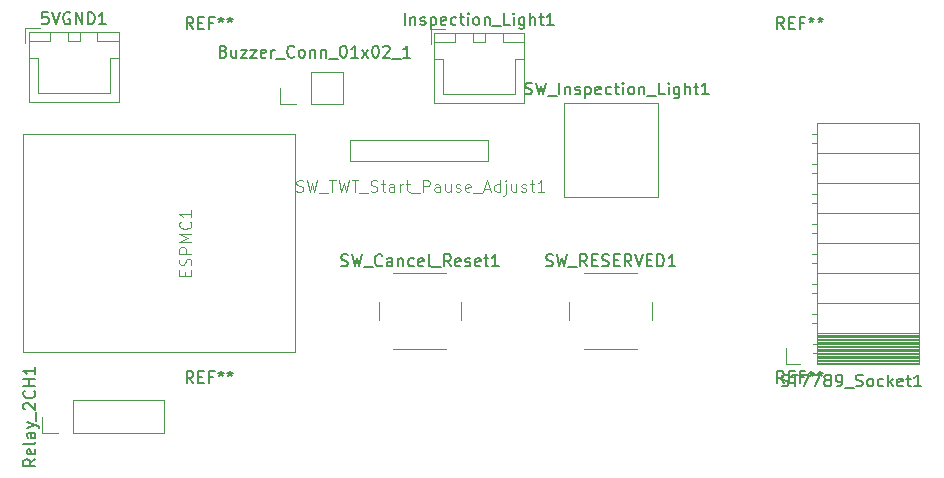
<source format=gbr>
%TF.GenerationSoftware,KiCad,Pcbnew,9.0.6*%
%TF.CreationDate,2026-01-23T02:05:32+03:00*%
%TF.ProjectId,control_panel,636f6e74-726f-46c5-9f70-616e656c2e6b,rev?*%
%TF.SameCoordinates,Original*%
%TF.FileFunction,Legend,Top*%
%TF.FilePolarity,Positive*%
%FSLAX46Y46*%
G04 Gerber Fmt 4.6, Leading zero omitted, Abs format (unit mm)*
G04 Created by KiCad (PCBNEW 9.0.6) date 2026-01-23 02:05:32*
%MOMM*%
%LPD*%
G01*
G04 APERTURE LIST*
%ADD10C,0.100000*%
%ADD11C,0.150000*%
%ADD12C,0.120000*%
G04 APERTURE END LIST*
D10*
X63968609Y-71238094D02*
X63968609Y-70904761D01*
X64492419Y-70761904D02*
X64492419Y-71238094D01*
X64492419Y-71238094D02*
X63492419Y-71238094D01*
X63492419Y-71238094D02*
X63492419Y-70761904D01*
X64444800Y-70380951D02*
X64492419Y-70238094D01*
X64492419Y-70238094D02*
X64492419Y-69999999D01*
X64492419Y-69999999D02*
X64444800Y-69904761D01*
X64444800Y-69904761D02*
X64397180Y-69857142D01*
X64397180Y-69857142D02*
X64301942Y-69809523D01*
X64301942Y-69809523D02*
X64206704Y-69809523D01*
X64206704Y-69809523D02*
X64111466Y-69857142D01*
X64111466Y-69857142D02*
X64063847Y-69904761D01*
X64063847Y-69904761D02*
X64016228Y-69999999D01*
X64016228Y-69999999D02*
X63968609Y-70190475D01*
X63968609Y-70190475D02*
X63920990Y-70285713D01*
X63920990Y-70285713D02*
X63873371Y-70333332D01*
X63873371Y-70333332D02*
X63778133Y-70380951D01*
X63778133Y-70380951D02*
X63682895Y-70380951D01*
X63682895Y-70380951D02*
X63587657Y-70333332D01*
X63587657Y-70333332D02*
X63540038Y-70285713D01*
X63540038Y-70285713D02*
X63492419Y-70190475D01*
X63492419Y-70190475D02*
X63492419Y-69952380D01*
X63492419Y-69952380D02*
X63540038Y-69809523D01*
X64492419Y-69380951D02*
X63492419Y-69380951D01*
X63492419Y-69380951D02*
X63492419Y-68999999D01*
X63492419Y-68999999D02*
X63540038Y-68904761D01*
X63540038Y-68904761D02*
X63587657Y-68857142D01*
X63587657Y-68857142D02*
X63682895Y-68809523D01*
X63682895Y-68809523D02*
X63825752Y-68809523D01*
X63825752Y-68809523D02*
X63920990Y-68857142D01*
X63920990Y-68857142D02*
X63968609Y-68904761D01*
X63968609Y-68904761D02*
X64016228Y-68999999D01*
X64016228Y-68999999D02*
X64016228Y-69380951D01*
X64492419Y-68380951D02*
X63492419Y-68380951D01*
X63492419Y-68380951D02*
X64206704Y-68047618D01*
X64206704Y-68047618D02*
X63492419Y-67714285D01*
X63492419Y-67714285D02*
X64492419Y-67714285D01*
X64397180Y-66666666D02*
X64444800Y-66714285D01*
X64444800Y-66714285D02*
X64492419Y-66857142D01*
X64492419Y-66857142D02*
X64492419Y-66952380D01*
X64492419Y-66952380D02*
X64444800Y-67095237D01*
X64444800Y-67095237D02*
X64349561Y-67190475D01*
X64349561Y-67190475D02*
X64254323Y-67238094D01*
X64254323Y-67238094D02*
X64063847Y-67285713D01*
X64063847Y-67285713D02*
X63920990Y-67285713D01*
X63920990Y-67285713D02*
X63730514Y-67238094D01*
X63730514Y-67238094D02*
X63635276Y-67190475D01*
X63635276Y-67190475D02*
X63540038Y-67095237D01*
X63540038Y-67095237D02*
X63492419Y-66952380D01*
X63492419Y-66952380D02*
X63492419Y-66857142D01*
X63492419Y-66857142D02*
X63540038Y-66714285D01*
X63540038Y-66714285D02*
X63587657Y-66666666D01*
X64492419Y-65714285D02*
X64492419Y-66285713D01*
X64492419Y-65999999D02*
X63492419Y-65999999D01*
X63492419Y-65999999D02*
X63635276Y-66095237D01*
X63635276Y-66095237D02*
X63730514Y-66190475D01*
X63730514Y-66190475D02*
X63778133Y-66285713D01*
D11*
X82564285Y-50029819D02*
X82564285Y-49029819D01*
X83040475Y-49363152D02*
X83040475Y-50029819D01*
X83040475Y-49458390D02*
X83088094Y-49410771D01*
X83088094Y-49410771D02*
X83183332Y-49363152D01*
X83183332Y-49363152D02*
X83326189Y-49363152D01*
X83326189Y-49363152D02*
X83421427Y-49410771D01*
X83421427Y-49410771D02*
X83469046Y-49506009D01*
X83469046Y-49506009D02*
X83469046Y-50029819D01*
X83897618Y-49982200D02*
X83992856Y-50029819D01*
X83992856Y-50029819D02*
X84183332Y-50029819D01*
X84183332Y-50029819D02*
X84278570Y-49982200D01*
X84278570Y-49982200D02*
X84326189Y-49886961D01*
X84326189Y-49886961D02*
X84326189Y-49839342D01*
X84326189Y-49839342D02*
X84278570Y-49744104D01*
X84278570Y-49744104D02*
X84183332Y-49696485D01*
X84183332Y-49696485D02*
X84040475Y-49696485D01*
X84040475Y-49696485D02*
X83945237Y-49648866D01*
X83945237Y-49648866D02*
X83897618Y-49553628D01*
X83897618Y-49553628D02*
X83897618Y-49506009D01*
X83897618Y-49506009D02*
X83945237Y-49410771D01*
X83945237Y-49410771D02*
X84040475Y-49363152D01*
X84040475Y-49363152D02*
X84183332Y-49363152D01*
X84183332Y-49363152D02*
X84278570Y-49410771D01*
X84754761Y-49363152D02*
X84754761Y-50363152D01*
X84754761Y-49410771D02*
X84849999Y-49363152D01*
X84849999Y-49363152D02*
X85040475Y-49363152D01*
X85040475Y-49363152D02*
X85135713Y-49410771D01*
X85135713Y-49410771D02*
X85183332Y-49458390D01*
X85183332Y-49458390D02*
X85230951Y-49553628D01*
X85230951Y-49553628D02*
X85230951Y-49839342D01*
X85230951Y-49839342D02*
X85183332Y-49934580D01*
X85183332Y-49934580D02*
X85135713Y-49982200D01*
X85135713Y-49982200D02*
X85040475Y-50029819D01*
X85040475Y-50029819D02*
X84849999Y-50029819D01*
X84849999Y-50029819D02*
X84754761Y-49982200D01*
X86040475Y-49982200D02*
X85945237Y-50029819D01*
X85945237Y-50029819D02*
X85754761Y-50029819D01*
X85754761Y-50029819D02*
X85659523Y-49982200D01*
X85659523Y-49982200D02*
X85611904Y-49886961D01*
X85611904Y-49886961D02*
X85611904Y-49506009D01*
X85611904Y-49506009D02*
X85659523Y-49410771D01*
X85659523Y-49410771D02*
X85754761Y-49363152D01*
X85754761Y-49363152D02*
X85945237Y-49363152D01*
X85945237Y-49363152D02*
X86040475Y-49410771D01*
X86040475Y-49410771D02*
X86088094Y-49506009D01*
X86088094Y-49506009D02*
X86088094Y-49601247D01*
X86088094Y-49601247D02*
X85611904Y-49696485D01*
X86945237Y-49982200D02*
X86849999Y-50029819D01*
X86849999Y-50029819D02*
X86659523Y-50029819D01*
X86659523Y-50029819D02*
X86564285Y-49982200D01*
X86564285Y-49982200D02*
X86516666Y-49934580D01*
X86516666Y-49934580D02*
X86469047Y-49839342D01*
X86469047Y-49839342D02*
X86469047Y-49553628D01*
X86469047Y-49553628D02*
X86516666Y-49458390D01*
X86516666Y-49458390D02*
X86564285Y-49410771D01*
X86564285Y-49410771D02*
X86659523Y-49363152D01*
X86659523Y-49363152D02*
X86849999Y-49363152D01*
X86849999Y-49363152D02*
X86945237Y-49410771D01*
X87230952Y-49363152D02*
X87611904Y-49363152D01*
X87373809Y-49029819D02*
X87373809Y-49886961D01*
X87373809Y-49886961D02*
X87421428Y-49982200D01*
X87421428Y-49982200D02*
X87516666Y-50029819D01*
X87516666Y-50029819D02*
X87611904Y-50029819D01*
X87945238Y-50029819D02*
X87945238Y-49363152D01*
X87945238Y-49029819D02*
X87897619Y-49077438D01*
X87897619Y-49077438D02*
X87945238Y-49125057D01*
X87945238Y-49125057D02*
X87992857Y-49077438D01*
X87992857Y-49077438D02*
X87945238Y-49029819D01*
X87945238Y-49029819D02*
X87945238Y-49125057D01*
X88564285Y-50029819D02*
X88469047Y-49982200D01*
X88469047Y-49982200D02*
X88421428Y-49934580D01*
X88421428Y-49934580D02*
X88373809Y-49839342D01*
X88373809Y-49839342D02*
X88373809Y-49553628D01*
X88373809Y-49553628D02*
X88421428Y-49458390D01*
X88421428Y-49458390D02*
X88469047Y-49410771D01*
X88469047Y-49410771D02*
X88564285Y-49363152D01*
X88564285Y-49363152D02*
X88707142Y-49363152D01*
X88707142Y-49363152D02*
X88802380Y-49410771D01*
X88802380Y-49410771D02*
X88849999Y-49458390D01*
X88849999Y-49458390D02*
X88897618Y-49553628D01*
X88897618Y-49553628D02*
X88897618Y-49839342D01*
X88897618Y-49839342D02*
X88849999Y-49934580D01*
X88849999Y-49934580D02*
X88802380Y-49982200D01*
X88802380Y-49982200D02*
X88707142Y-50029819D01*
X88707142Y-50029819D02*
X88564285Y-50029819D01*
X89326190Y-49363152D02*
X89326190Y-50029819D01*
X89326190Y-49458390D02*
X89373809Y-49410771D01*
X89373809Y-49410771D02*
X89469047Y-49363152D01*
X89469047Y-49363152D02*
X89611904Y-49363152D01*
X89611904Y-49363152D02*
X89707142Y-49410771D01*
X89707142Y-49410771D02*
X89754761Y-49506009D01*
X89754761Y-49506009D02*
X89754761Y-50029819D01*
X89992857Y-50125057D02*
X90754761Y-50125057D01*
X91469047Y-50029819D02*
X90992857Y-50029819D01*
X90992857Y-50029819D02*
X90992857Y-49029819D01*
X91802381Y-50029819D02*
X91802381Y-49363152D01*
X91802381Y-49029819D02*
X91754762Y-49077438D01*
X91754762Y-49077438D02*
X91802381Y-49125057D01*
X91802381Y-49125057D02*
X91850000Y-49077438D01*
X91850000Y-49077438D02*
X91802381Y-49029819D01*
X91802381Y-49029819D02*
X91802381Y-49125057D01*
X92707142Y-49363152D02*
X92707142Y-50172676D01*
X92707142Y-50172676D02*
X92659523Y-50267914D01*
X92659523Y-50267914D02*
X92611904Y-50315533D01*
X92611904Y-50315533D02*
X92516666Y-50363152D01*
X92516666Y-50363152D02*
X92373809Y-50363152D01*
X92373809Y-50363152D02*
X92278571Y-50315533D01*
X92707142Y-49982200D02*
X92611904Y-50029819D01*
X92611904Y-50029819D02*
X92421428Y-50029819D01*
X92421428Y-50029819D02*
X92326190Y-49982200D01*
X92326190Y-49982200D02*
X92278571Y-49934580D01*
X92278571Y-49934580D02*
X92230952Y-49839342D01*
X92230952Y-49839342D02*
X92230952Y-49553628D01*
X92230952Y-49553628D02*
X92278571Y-49458390D01*
X92278571Y-49458390D02*
X92326190Y-49410771D01*
X92326190Y-49410771D02*
X92421428Y-49363152D01*
X92421428Y-49363152D02*
X92611904Y-49363152D01*
X92611904Y-49363152D02*
X92707142Y-49410771D01*
X93183333Y-50029819D02*
X93183333Y-49029819D01*
X93611904Y-50029819D02*
X93611904Y-49506009D01*
X93611904Y-49506009D02*
X93564285Y-49410771D01*
X93564285Y-49410771D02*
X93469047Y-49363152D01*
X93469047Y-49363152D02*
X93326190Y-49363152D01*
X93326190Y-49363152D02*
X93230952Y-49410771D01*
X93230952Y-49410771D02*
X93183333Y-49458390D01*
X93945238Y-49363152D02*
X94326190Y-49363152D01*
X94088095Y-49029819D02*
X94088095Y-49886961D01*
X94088095Y-49886961D02*
X94135714Y-49982200D01*
X94135714Y-49982200D02*
X94230952Y-50029819D01*
X94230952Y-50029819D02*
X94326190Y-50029819D01*
X95183333Y-50029819D02*
X94611905Y-50029819D01*
X94897619Y-50029819D02*
X94897619Y-49029819D01*
X94897619Y-49029819D02*
X94802381Y-49172676D01*
X94802381Y-49172676D02*
X94707143Y-49267914D01*
X94707143Y-49267914D02*
X94611905Y-49315533D01*
D10*
X73399998Y-64109800D02*
X73542855Y-64157419D01*
X73542855Y-64157419D02*
X73780950Y-64157419D01*
X73780950Y-64157419D02*
X73876188Y-64109800D01*
X73876188Y-64109800D02*
X73923807Y-64062180D01*
X73923807Y-64062180D02*
X73971426Y-63966942D01*
X73971426Y-63966942D02*
X73971426Y-63871704D01*
X73971426Y-63871704D02*
X73923807Y-63776466D01*
X73923807Y-63776466D02*
X73876188Y-63728847D01*
X73876188Y-63728847D02*
X73780950Y-63681228D01*
X73780950Y-63681228D02*
X73590474Y-63633609D01*
X73590474Y-63633609D02*
X73495236Y-63585990D01*
X73495236Y-63585990D02*
X73447617Y-63538371D01*
X73447617Y-63538371D02*
X73399998Y-63443133D01*
X73399998Y-63443133D02*
X73399998Y-63347895D01*
X73399998Y-63347895D02*
X73447617Y-63252657D01*
X73447617Y-63252657D02*
X73495236Y-63205038D01*
X73495236Y-63205038D02*
X73590474Y-63157419D01*
X73590474Y-63157419D02*
X73828569Y-63157419D01*
X73828569Y-63157419D02*
X73971426Y-63205038D01*
X74304760Y-63157419D02*
X74542855Y-64157419D01*
X74542855Y-64157419D02*
X74733331Y-63443133D01*
X74733331Y-63443133D02*
X74923807Y-64157419D01*
X74923807Y-64157419D02*
X75161903Y-63157419D01*
X75304760Y-64252657D02*
X76066664Y-64252657D01*
X76161903Y-63157419D02*
X76733331Y-63157419D01*
X76447617Y-64157419D02*
X76447617Y-63157419D01*
X76971427Y-63157419D02*
X77209522Y-64157419D01*
X77209522Y-64157419D02*
X77399998Y-63443133D01*
X77399998Y-63443133D02*
X77590474Y-64157419D01*
X77590474Y-64157419D02*
X77828570Y-63157419D01*
X78066665Y-63157419D02*
X78638093Y-63157419D01*
X78352379Y-64157419D02*
X78352379Y-63157419D01*
X78733332Y-64252657D02*
X79495236Y-64252657D01*
X79685713Y-64109800D02*
X79828570Y-64157419D01*
X79828570Y-64157419D02*
X80066665Y-64157419D01*
X80066665Y-64157419D02*
X80161903Y-64109800D01*
X80161903Y-64109800D02*
X80209522Y-64062180D01*
X80209522Y-64062180D02*
X80257141Y-63966942D01*
X80257141Y-63966942D02*
X80257141Y-63871704D01*
X80257141Y-63871704D02*
X80209522Y-63776466D01*
X80209522Y-63776466D02*
X80161903Y-63728847D01*
X80161903Y-63728847D02*
X80066665Y-63681228D01*
X80066665Y-63681228D02*
X79876189Y-63633609D01*
X79876189Y-63633609D02*
X79780951Y-63585990D01*
X79780951Y-63585990D02*
X79733332Y-63538371D01*
X79733332Y-63538371D02*
X79685713Y-63443133D01*
X79685713Y-63443133D02*
X79685713Y-63347895D01*
X79685713Y-63347895D02*
X79733332Y-63252657D01*
X79733332Y-63252657D02*
X79780951Y-63205038D01*
X79780951Y-63205038D02*
X79876189Y-63157419D01*
X79876189Y-63157419D02*
X80114284Y-63157419D01*
X80114284Y-63157419D02*
X80257141Y-63205038D01*
X80542856Y-63490752D02*
X80923808Y-63490752D01*
X80685713Y-63157419D02*
X80685713Y-64014561D01*
X80685713Y-64014561D02*
X80733332Y-64109800D01*
X80733332Y-64109800D02*
X80828570Y-64157419D01*
X80828570Y-64157419D02*
X80923808Y-64157419D01*
X81685713Y-64157419D02*
X81685713Y-63633609D01*
X81685713Y-63633609D02*
X81638094Y-63538371D01*
X81638094Y-63538371D02*
X81542856Y-63490752D01*
X81542856Y-63490752D02*
X81352380Y-63490752D01*
X81352380Y-63490752D02*
X81257142Y-63538371D01*
X81685713Y-64109800D02*
X81590475Y-64157419D01*
X81590475Y-64157419D02*
X81352380Y-64157419D01*
X81352380Y-64157419D02*
X81257142Y-64109800D01*
X81257142Y-64109800D02*
X81209523Y-64014561D01*
X81209523Y-64014561D02*
X81209523Y-63919323D01*
X81209523Y-63919323D02*
X81257142Y-63824085D01*
X81257142Y-63824085D02*
X81352380Y-63776466D01*
X81352380Y-63776466D02*
X81590475Y-63776466D01*
X81590475Y-63776466D02*
X81685713Y-63728847D01*
X82161904Y-64157419D02*
X82161904Y-63490752D01*
X82161904Y-63681228D02*
X82209523Y-63585990D01*
X82209523Y-63585990D02*
X82257142Y-63538371D01*
X82257142Y-63538371D02*
X82352380Y-63490752D01*
X82352380Y-63490752D02*
X82447618Y-63490752D01*
X82638095Y-63490752D02*
X83019047Y-63490752D01*
X82780952Y-63157419D02*
X82780952Y-64014561D01*
X82780952Y-64014561D02*
X82828571Y-64109800D01*
X82828571Y-64109800D02*
X82923809Y-64157419D01*
X82923809Y-64157419D02*
X83019047Y-64157419D01*
X83114286Y-64252657D02*
X83876190Y-64252657D01*
X84114286Y-64157419D02*
X84114286Y-63157419D01*
X84114286Y-63157419D02*
X84495238Y-63157419D01*
X84495238Y-63157419D02*
X84590476Y-63205038D01*
X84590476Y-63205038D02*
X84638095Y-63252657D01*
X84638095Y-63252657D02*
X84685714Y-63347895D01*
X84685714Y-63347895D02*
X84685714Y-63490752D01*
X84685714Y-63490752D02*
X84638095Y-63585990D01*
X84638095Y-63585990D02*
X84590476Y-63633609D01*
X84590476Y-63633609D02*
X84495238Y-63681228D01*
X84495238Y-63681228D02*
X84114286Y-63681228D01*
X85542857Y-64157419D02*
X85542857Y-63633609D01*
X85542857Y-63633609D02*
X85495238Y-63538371D01*
X85495238Y-63538371D02*
X85400000Y-63490752D01*
X85400000Y-63490752D02*
X85209524Y-63490752D01*
X85209524Y-63490752D02*
X85114286Y-63538371D01*
X85542857Y-64109800D02*
X85447619Y-64157419D01*
X85447619Y-64157419D02*
X85209524Y-64157419D01*
X85209524Y-64157419D02*
X85114286Y-64109800D01*
X85114286Y-64109800D02*
X85066667Y-64014561D01*
X85066667Y-64014561D02*
X85066667Y-63919323D01*
X85066667Y-63919323D02*
X85114286Y-63824085D01*
X85114286Y-63824085D02*
X85209524Y-63776466D01*
X85209524Y-63776466D02*
X85447619Y-63776466D01*
X85447619Y-63776466D02*
X85542857Y-63728847D01*
X86447619Y-63490752D02*
X86447619Y-64157419D01*
X86019048Y-63490752D02*
X86019048Y-64014561D01*
X86019048Y-64014561D02*
X86066667Y-64109800D01*
X86066667Y-64109800D02*
X86161905Y-64157419D01*
X86161905Y-64157419D02*
X86304762Y-64157419D01*
X86304762Y-64157419D02*
X86400000Y-64109800D01*
X86400000Y-64109800D02*
X86447619Y-64062180D01*
X86876191Y-64109800D02*
X86971429Y-64157419D01*
X86971429Y-64157419D02*
X87161905Y-64157419D01*
X87161905Y-64157419D02*
X87257143Y-64109800D01*
X87257143Y-64109800D02*
X87304762Y-64014561D01*
X87304762Y-64014561D02*
X87304762Y-63966942D01*
X87304762Y-63966942D02*
X87257143Y-63871704D01*
X87257143Y-63871704D02*
X87161905Y-63824085D01*
X87161905Y-63824085D02*
X87019048Y-63824085D01*
X87019048Y-63824085D02*
X86923810Y-63776466D01*
X86923810Y-63776466D02*
X86876191Y-63681228D01*
X86876191Y-63681228D02*
X86876191Y-63633609D01*
X86876191Y-63633609D02*
X86923810Y-63538371D01*
X86923810Y-63538371D02*
X87019048Y-63490752D01*
X87019048Y-63490752D02*
X87161905Y-63490752D01*
X87161905Y-63490752D02*
X87257143Y-63538371D01*
X88114286Y-64109800D02*
X88019048Y-64157419D01*
X88019048Y-64157419D02*
X87828572Y-64157419D01*
X87828572Y-64157419D02*
X87733334Y-64109800D01*
X87733334Y-64109800D02*
X87685715Y-64014561D01*
X87685715Y-64014561D02*
X87685715Y-63633609D01*
X87685715Y-63633609D02*
X87733334Y-63538371D01*
X87733334Y-63538371D02*
X87828572Y-63490752D01*
X87828572Y-63490752D02*
X88019048Y-63490752D01*
X88019048Y-63490752D02*
X88114286Y-63538371D01*
X88114286Y-63538371D02*
X88161905Y-63633609D01*
X88161905Y-63633609D02*
X88161905Y-63728847D01*
X88161905Y-63728847D02*
X87685715Y-63824085D01*
X88352382Y-64252657D02*
X89114286Y-64252657D01*
X89304763Y-63871704D02*
X89780953Y-63871704D01*
X89209525Y-64157419D02*
X89542858Y-63157419D01*
X89542858Y-63157419D02*
X89876191Y-64157419D01*
X90638096Y-64157419D02*
X90638096Y-63157419D01*
X90638096Y-64109800D02*
X90542858Y-64157419D01*
X90542858Y-64157419D02*
X90352382Y-64157419D01*
X90352382Y-64157419D02*
X90257144Y-64109800D01*
X90257144Y-64109800D02*
X90209525Y-64062180D01*
X90209525Y-64062180D02*
X90161906Y-63966942D01*
X90161906Y-63966942D02*
X90161906Y-63681228D01*
X90161906Y-63681228D02*
X90209525Y-63585990D01*
X90209525Y-63585990D02*
X90257144Y-63538371D01*
X90257144Y-63538371D02*
X90352382Y-63490752D01*
X90352382Y-63490752D02*
X90542858Y-63490752D01*
X90542858Y-63490752D02*
X90638096Y-63538371D01*
X91114287Y-63490752D02*
X91114287Y-64347895D01*
X91114287Y-64347895D02*
X91066668Y-64443133D01*
X91066668Y-64443133D02*
X90971430Y-64490752D01*
X90971430Y-64490752D02*
X90923811Y-64490752D01*
X91114287Y-63157419D02*
X91066668Y-63205038D01*
X91066668Y-63205038D02*
X91114287Y-63252657D01*
X91114287Y-63252657D02*
X91161906Y-63205038D01*
X91161906Y-63205038D02*
X91114287Y-63157419D01*
X91114287Y-63157419D02*
X91114287Y-63252657D01*
X92019048Y-63490752D02*
X92019048Y-64157419D01*
X91590477Y-63490752D02*
X91590477Y-64014561D01*
X91590477Y-64014561D02*
X91638096Y-64109800D01*
X91638096Y-64109800D02*
X91733334Y-64157419D01*
X91733334Y-64157419D02*
X91876191Y-64157419D01*
X91876191Y-64157419D02*
X91971429Y-64109800D01*
X91971429Y-64109800D02*
X92019048Y-64062180D01*
X92447620Y-64109800D02*
X92542858Y-64157419D01*
X92542858Y-64157419D02*
X92733334Y-64157419D01*
X92733334Y-64157419D02*
X92828572Y-64109800D01*
X92828572Y-64109800D02*
X92876191Y-64014561D01*
X92876191Y-64014561D02*
X92876191Y-63966942D01*
X92876191Y-63966942D02*
X92828572Y-63871704D01*
X92828572Y-63871704D02*
X92733334Y-63824085D01*
X92733334Y-63824085D02*
X92590477Y-63824085D01*
X92590477Y-63824085D02*
X92495239Y-63776466D01*
X92495239Y-63776466D02*
X92447620Y-63681228D01*
X92447620Y-63681228D02*
X92447620Y-63633609D01*
X92447620Y-63633609D02*
X92495239Y-63538371D01*
X92495239Y-63538371D02*
X92590477Y-63490752D01*
X92590477Y-63490752D02*
X92733334Y-63490752D01*
X92733334Y-63490752D02*
X92828572Y-63538371D01*
X93161906Y-63490752D02*
X93542858Y-63490752D01*
X93304763Y-63157419D02*
X93304763Y-64014561D01*
X93304763Y-64014561D02*
X93352382Y-64109800D01*
X93352382Y-64109800D02*
X93447620Y-64157419D01*
X93447620Y-64157419D02*
X93542858Y-64157419D01*
X94400001Y-64157419D02*
X93828573Y-64157419D01*
X94114287Y-64157419D02*
X94114287Y-63157419D01*
X94114287Y-63157419D02*
X94019049Y-63300276D01*
X94019049Y-63300276D02*
X93923811Y-63395514D01*
X93923811Y-63395514D02*
X93828573Y-63443133D01*
D11*
X64666666Y-80354819D02*
X64333333Y-79878628D01*
X64095238Y-80354819D02*
X64095238Y-79354819D01*
X64095238Y-79354819D02*
X64476190Y-79354819D01*
X64476190Y-79354819D02*
X64571428Y-79402438D01*
X64571428Y-79402438D02*
X64619047Y-79450057D01*
X64619047Y-79450057D02*
X64666666Y-79545295D01*
X64666666Y-79545295D02*
X64666666Y-79688152D01*
X64666666Y-79688152D02*
X64619047Y-79783390D01*
X64619047Y-79783390D02*
X64571428Y-79831009D01*
X64571428Y-79831009D02*
X64476190Y-79878628D01*
X64476190Y-79878628D02*
X64095238Y-79878628D01*
X65095238Y-79831009D02*
X65428571Y-79831009D01*
X65571428Y-80354819D02*
X65095238Y-80354819D01*
X65095238Y-80354819D02*
X65095238Y-79354819D01*
X65095238Y-79354819D02*
X65571428Y-79354819D01*
X66333333Y-79831009D02*
X66000000Y-79831009D01*
X66000000Y-80354819D02*
X66000000Y-79354819D01*
X66000000Y-79354819D02*
X66476190Y-79354819D01*
X67000000Y-79354819D02*
X67000000Y-79592914D01*
X66761905Y-79497676D02*
X67000000Y-79592914D01*
X67000000Y-79592914D02*
X67238095Y-79497676D01*
X66857143Y-79783390D02*
X67000000Y-79592914D01*
X67000000Y-79592914D02*
X67142857Y-79783390D01*
X67761905Y-79354819D02*
X67761905Y-79592914D01*
X67523810Y-79497676D02*
X67761905Y-79592914D01*
X67761905Y-79592914D02*
X68000000Y-79497676D01*
X67619048Y-79783390D02*
X67761905Y-79592914D01*
X67761905Y-79592914D02*
X67904762Y-79783390D01*
X94523809Y-70407200D02*
X94666666Y-70454819D01*
X94666666Y-70454819D02*
X94904761Y-70454819D01*
X94904761Y-70454819D02*
X94999999Y-70407200D01*
X94999999Y-70407200D02*
X95047618Y-70359580D01*
X95047618Y-70359580D02*
X95095237Y-70264342D01*
X95095237Y-70264342D02*
X95095237Y-70169104D01*
X95095237Y-70169104D02*
X95047618Y-70073866D01*
X95047618Y-70073866D02*
X94999999Y-70026247D01*
X94999999Y-70026247D02*
X94904761Y-69978628D01*
X94904761Y-69978628D02*
X94714285Y-69931009D01*
X94714285Y-69931009D02*
X94619047Y-69883390D01*
X94619047Y-69883390D02*
X94571428Y-69835771D01*
X94571428Y-69835771D02*
X94523809Y-69740533D01*
X94523809Y-69740533D02*
X94523809Y-69645295D01*
X94523809Y-69645295D02*
X94571428Y-69550057D01*
X94571428Y-69550057D02*
X94619047Y-69502438D01*
X94619047Y-69502438D02*
X94714285Y-69454819D01*
X94714285Y-69454819D02*
X94952380Y-69454819D01*
X94952380Y-69454819D02*
X95095237Y-69502438D01*
X95428571Y-69454819D02*
X95666666Y-70454819D01*
X95666666Y-70454819D02*
X95857142Y-69740533D01*
X95857142Y-69740533D02*
X96047618Y-70454819D01*
X96047618Y-70454819D02*
X96285714Y-69454819D01*
X96428571Y-70550057D02*
X97190475Y-70550057D01*
X97999999Y-70454819D02*
X97666666Y-69978628D01*
X97428571Y-70454819D02*
X97428571Y-69454819D01*
X97428571Y-69454819D02*
X97809523Y-69454819D01*
X97809523Y-69454819D02*
X97904761Y-69502438D01*
X97904761Y-69502438D02*
X97952380Y-69550057D01*
X97952380Y-69550057D02*
X97999999Y-69645295D01*
X97999999Y-69645295D02*
X97999999Y-69788152D01*
X97999999Y-69788152D02*
X97952380Y-69883390D01*
X97952380Y-69883390D02*
X97904761Y-69931009D01*
X97904761Y-69931009D02*
X97809523Y-69978628D01*
X97809523Y-69978628D02*
X97428571Y-69978628D01*
X98428571Y-69931009D02*
X98761904Y-69931009D01*
X98904761Y-70454819D02*
X98428571Y-70454819D01*
X98428571Y-70454819D02*
X98428571Y-69454819D01*
X98428571Y-69454819D02*
X98904761Y-69454819D01*
X99285714Y-70407200D02*
X99428571Y-70454819D01*
X99428571Y-70454819D02*
X99666666Y-70454819D01*
X99666666Y-70454819D02*
X99761904Y-70407200D01*
X99761904Y-70407200D02*
X99809523Y-70359580D01*
X99809523Y-70359580D02*
X99857142Y-70264342D01*
X99857142Y-70264342D02*
X99857142Y-70169104D01*
X99857142Y-70169104D02*
X99809523Y-70073866D01*
X99809523Y-70073866D02*
X99761904Y-70026247D01*
X99761904Y-70026247D02*
X99666666Y-69978628D01*
X99666666Y-69978628D02*
X99476190Y-69931009D01*
X99476190Y-69931009D02*
X99380952Y-69883390D01*
X99380952Y-69883390D02*
X99333333Y-69835771D01*
X99333333Y-69835771D02*
X99285714Y-69740533D01*
X99285714Y-69740533D02*
X99285714Y-69645295D01*
X99285714Y-69645295D02*
X99333333Y-69550057D01*
X99333333Y-69550057D02*
X99380952Y-69502438D01*
X99380952Y-69502438D02*
X99476190Y-69454819D01*
X99476190Y-69454819D02*
X99714285Y-69454819D01*
X99714285Y-69454819D02*
X99857142Y-69502438D01*
X100285714Y-69931009D02*
X100619047Y-69931009D01*
X100761904Y-70454819D02*
X100285714Y-70454819D01*
X100285714Y-70454819D02*
X100285714Y-69454819D01*
X100285714Y-69454819D02*
X100761904Y-69454819D01*
X101761904Y-70454819D02*
X101428571Y-69978628D01*
X101190476Y-70454819D02*
X101190476Y-69454819D01*
X101190476Y-69454819D02*
X101571428Y-69454819D01*
X101571428Y-69454819D02*
X101666666Y-69502438D01*
X101666666Y-69502438D02*
X101714285Y-69550057D01*
X101714285Y-69550057D02*
X101761904Y-69645295D01*
X101761904Y-69645295D02*
X101761904Y-69788152D01*
X101761904Y-69788152D02*
X101714285Y-69883390D01*
X101714285Y-69883390D02*
X101666666Y-69931009D01*
X101666666Y-69931009D02*
X101571428Y-69978628D01*
X101571428Y-69978628D02*
X101190476Y-69978628D01*
X102047619Y-69454819D02*
X102380952Y-70454819D01*
X102380952Y-70454819D02*
X102714285Y-69454819D01*
X103047619Y-69931009D02*
X103380952Y-69931009D01*
X103523809Y-70454819D02*
X103047619Y-70454819D01*
X103047619Y-70454819D02*
X103047619Y-69454819D01*
X103047619Y-69454819D02*
X103523809Y-69454819D01*
X103952381Y-70454819D02*
X103952381Y-69454819D01*
X103952381Y-69454819D02*
X104190476Y-69454819D01*
X104190476Y-69454819D02*
X104333333Y-69502438D01*
X104333333Y-69502438D02*
X104428571Y-69597676D01*
X104428571Y-69597676D02*
X104476190Y-69692914D01*
X104476190Y-69692914D02*
X104523809Y-69883390D01*
X104523809Y-69883390D02*
X104523809Y-70026247D01*
X104523809Y-70026247D02*
X104476190Y-70216723D01*
X104476190Y-70216723D02*
X104428571Y-70311961D01*
X104428571Y-70311961D02*
X104333333Y-70407200D01*
X104333333Y-70407200D02*
X104190476Y-70454819D01*
X104190476Y-70454819D02*
X103952381Y-70454819D01*
X105476190Y-70454819D02*
X104904762Y-70454819D01*
X105190476Y-70454819D02*
X105190476Y-69454819D01*
X105190476Y-69454819D02*
X105095238Y-69597676D01*
X105095238Y-69597676D02*
X105000000Y-69692914D01*
X105000000Y-69692914D02*
X104904762Y-69740533D01*
X92763095Y-55857200D02*
X92905952Y-55904819D01*
X92905952Y-55904819D02*
X93144047Y-55904819D01*
X93144047Y-55904819D02*
X93239285Y-55857200D01*
X93239285Y-55857200D02*
X93286904Y-55809580D01*
X93286904Y-55809580D02*
X93334523Y-55714342D01*
X93334523Y-55714342D02*
X93334523Y-55619104D01*
X93334523Y-55619104D02*
X93286904Y-55523866D01*
X93286904Y-55523866D02*
X93239285Y-55476247D01*
X93239285Y-55476247D02*
X93144047Y-55428628D01*
X93144047Y-55428628D02*
X92953571Y-55381009D01*
X92953571Y-55381009D02*
X92858333Y-55333390D01*
X92858333Y-55333390D02*
X92810714Y-55285771D01*
X92810714Y-55285771D02*
X92763095Y-55190533D01*
X92763095Y-55190533D02*
X92763095Y-55095295D01*
X92763095Y-55095295D02*
X92810714Y-55000057D01*
X92810714Y-55000057D02*
X92858333Y-54952438D01*
X92858333Y-54952438D02*
X92953571Y-54904819D01*
X92953571Y-54904819D02*
X93191666Y-54904819D01*
X93191666Y-54904819D02*
X93334523Y-54952438D01*
X93667857Y-54904819D02*
X93905952Y-55904819D01*
X93905952Y-55904819D02*
X94096428Y-55190533D01*
X94096428Y-55190533D02*
X94286904Y-55904819D01*
X94286904Y-55904819D02*
X94525000Y-54904819D01*
X94667857Y-56000057D02*
X95429761Y-56000057D01*
X95667857Y-55904819D02*
X95667857Y-54904819D01*
X96144047Y-55238152D02*
X96144047Y-55904819D01*
X96144047Y-55333390D02*
X96191666Y-55285771D01*
X96191666Y-55285771D02*
X96286904Y-55238152D01*
X96286904Y-55238152D02*
X96429761Y-55238152D01*
X96429761Y-55238152D02*
X96524999Y-55285771D01*
X96524999Y-55285771D02*
X96572618Y-55381009D01*
X96572618Y-55381009D02*
X96572618Y-55904819D01*
X97001190Y-55857200D02*
X97096428Y-55904819D01*
X97096428Y-55904819D02*
X97286904Y-55904819D01*
X97286904Y-55904819D02*
X97382142Y-55857200D01*
X97382142Y-55857200D02*
X97429761Y-55761961D01*
X97429761Y-55761961D02*
X97429761Y-55714342D01*
X97429761Y-55714342D02*
X97382142Y-55619104D01*
X97382142Y-55619104D02*
X97286904Y-55571485D01*
X97286904Y-55571485D02*
X97144047Y-55571485D01*
X97144047Y-55571485D02*
X97048809Y-55523866D01*
X97048809Y-55523866D02*
X97001190Y-55428628D01*
X97001190Y-55428628D02*
X97001190Y-55381009D01*
X97001190Y-55381009D02*
X97048809Y-55285771D01*
X97048809Y-55285771D02*
X97144047Y-55238152D01*
X97144047Y-55238152D02*
X97286904Y-55238152D01*
X97286904Y-55238152D02*
X97382142Y-55285771D01*
X97858333Y-55238152D02*
X97858333Y-56238152D01*
X97858333Y-55285771D02*
X97953571Y-55238152D01*
X97953571Y-55238152D02*
X98144047Y-55238152D01*
X98144047Y-55238152D02*
X98239285Y-55285771D01*
X98239285Y-55285771D02*
X98286904Y-55333390D01*
X98286904Y-55333390D02*
X98334523Y-55428628D01*
X98334523Y-55428628D02*
X98334523Y-55714342D01*
X98334523Y-55714342D02*
X98286904Y-55809580D01*
X98286904Y-55809580D02*
X98239285Y-55857200D01*
X98239285Y-55857200D02*
X98144047Y-55904819D01*
X98144047Y-55904819D02*
X97953571Y-55904819D01*
X97953571Y-55904819D02*
X97858333Y-55857200D01*
X99144047Y-55857200D02*
X99048809Y-55904819D01*
X99048809Y-55904819D02*
X98858333Y-55904819D01*
X98858333Y-55904819D02*
X98763095Y-55857200D01*
X98763095Y-55857200D02*
X98715476Y-55761961D01*
X98715476Y-55761961D02*
X98715476Y-55381009D01*
X98715476Y-55381009D02*
X98763095Y-55285771D01*
X98763095Y-55285771D02*
X98858333Y-55238152D01*
X98858333Y-55238152D02*
X99048809Y-55238152D01*
X99048809Y-55238152D02*
X99144047Y-55285771D01*
X99144047Y-55285771D02*
X99191666Y-55381009D01*
X99191666Y-55381009D02*
X99191666Y-55476247D01*
X99191666Y-55476247D02*
X98715476Y-55571485D01*
X100048809Y-55857200D02*
X99953571Y-55904819D01*
X99953571Y-55904819D02*
X99763095Y-55904819D01*
X99763095Y-55904819D02*
X99667857Y-55857200D01*
X99667857Y-55857200D02*
X99620238Y-55809580D01*
X99620238Y-55809580D02*
X99572619Y-55714342D01*
X99572619Y-55714342D02*
X99572619Y-55428628D01*
X99572619Y-55428628D02*
X99620238Y-55333390D01*
X99620238Y-55333390D02*
X99667857Y-55285771D01*
X99667857Y-55285771D02*
X99763095Y-55238152D01*
X99763095Y-55238152D02*
X99953571Y-55238152D01*
X99953571Y-55238152D02*
X100048809Y-55285771D01*
X100334524Y-55238152D02*
X100715476Y-55238152D01*
X100477381Y-54904819D02*
X100477381Y-55761961D01*
X100477381Y-55761961D02*
X100525000Y-55857200D01*
X100525000Y-55857200D02*
X100620238Y-55904819D01*
X100620238Y-55904819D02*
X100715476Y-55904819D01*
X101048810Y-55904819D02*
X101048810Y-55238152D01*
X101048810Y-54904819D02*
X101001191Y-54952438D01*
X101001191Y-54952438D02*
X101048810Y-55000057D01*
X101048810Y-55000057D02*
X101096429Y-54952438D01*
X101096429Y-54952438D02*
X101048810Y-54904819D01*
X101048810Y-54904819D02*
X101048810Y-55000057D01*
X101667857Y-55904819D02*
X101572619Y-55857200D01*
X101572619Y-55857200D02*
X101525000Y-55809580D01*
X101525000Y-55809580D02*
X101477381Y-55714342D01*
X101477381Y-55714342D02*
X101477381Y-55428628D01*
X101477381Y-55428628D02*
X101525000Y-55333390D01*
X101525000Y-55333390D02*
X101572619Y-55285771D01*
X101572619Y-55285771D02*
X101667857Y-55238152D01*
X101667857Y-55238152D02*
X101810714Y-55238152D01*
X101810714Y-55238152D02*
X101905952Y-55285771D01*
X101905952Y-55285771D02*
X101953571Y-55333390D01*
X101953571Y-55333390D02*
X102001190Y-55428628D01*
X102001190Y-55428628D02*
X102001190Y-55714342D01*
X102001190Y-55714342D02*
X101953571Y-55809580D01*
X101953571Y-55809580D02*
X101905952Y-55857200D01*
X101905952Y-55857200D02*
X101810714Y-55904819D01*
X101810714Y-55904819D02*
X101667857Y-55904819D01*
X102429762Y-55238152D02*
X102429762Y-55904819D01*
X102429762Y-55333390D02*
X102477381Y-55285771D01*
X102477381Y-55285771D02*
X102572619Y-55238152D01*
X102572619Y-55238152D02*
X102715476Y-55238152D01*
X102715476Y-55238152D02*
X102810714Y-55285771D01*
X102810714Y-55285771D02*
X102858333Y-55381009D01*
X102858333Y-55381009D02*
X102858333Y-55904819D01*
X103096429Y-56000057D02*
X103858333Y-56000057D01*
X104572619Y-55904819D02*
X104096429Y-55904819D01*
X104096429Y-55904819D02*
X104096429Y-54904819D01*
X104905953Y-55904819D02*
X104905953Y-55238152D01*
X104905953Y-54904819D02*
X104858334Y-54952438D01*
X104858334Y-54952438D02*
X104905953Y-55000057D01*
X104905953Y-55000057D02*
X104953572Y-54952438D01*
X104953572Y-54952438D02*
X104905953Y-54904819D01*
X104905953Y-54904819D02*
X104905953Y-55000057D01*
X105810714Y-55238152D02*
X105810714Y-56047676D01*
X105810714Y-56047676D02*
X105763095Y-56142914D01*
X105763095Y-56142914D02*
X105715476Y-56190533D01*
X105715476Y-56190533D02*
X105620238Y-56238152D01*
X105620238Y-56238152D02*
X105477381Y-56238152D01*
X105477381Y-56238152D02*
X105382143Y-56190533D01*
X105810714Y-55857200D02*
X105715476Y-55904819D01*
X105715476Y-55904819D02*
X105525000Y-55904819D01*
X105525000Y-55904819D02*
X105429762Y-55857200D01*
X105429762Y-55857200D02*
X105382143Y-55809580D01*
X105382143Y-55809580D02*
X105334524Y-55714342D01*
X105334524Y-55714342D02*
X105334524Y-55428628D01*
X105334524Y-55428628D02*
X105382143Y-55333390D01*
X105382143Y-55333390D02*
X105429762Y-55285771D01*
X105429762Y-55285771D02*
X105525000Y-55238152D01*
X105525000Y-55238152D02*
X105715476Y-55238152D01*
X105715476Y-55238152D02*
X105810714Y-55285771D01*
X106286905Y-55904819D02*
X106286905Y-54904819D01*
X106715476Y-55904819D02*
X106715476Y-55381009D01*
X106715476Y-55381009D02*
X106667857Y-55285771D01*
X106667857Y-55285771D02*
X106572619Y-55238152D01*
X106572619Y-55238152D02*
X106429762Y-55238152D01*
X106429762Y-55238152D02*
X106334524Y-55285771D01*
X106334524Y-55285771D02*
X106286905Y-55333390D01*
X107048810Y-55238152D02*
X107429762Y-55238152D01*
X107191667Y-54904819D02*
X107191667Y-55761961D01*
X107191667Y-55761961D02*
X107239286Y-55857200D01*
X107239286Y-55857200D02*
X107334524Y-55904819D01*
X107334524Y-55904819D02*
X107429762Y-55904819D01*
X108286905Y-55904819D02*
X107715477Y-55904819D01*
X108001191Y-55904819D02*
X108001191Y-54904819D01*
X108001191Y-54904819D02*
X107905953Y-55047676D01*
X107905953Y-55047676D02*
X107810715Y-55142914D01*
X107810715Y-55142914D02*
X107715477Y-55190533D01*
X64666666Y-50354819D02*
X64333333Y-49878628D01*
X64095238Y-50354819D02*
X64095238Y-49354819D01*
X64095238Y-49354819D02*
X64476190Y-49354819D01*
X64476190Y-49354819D02*
X64571428Y-49402438D01*
X64571428Y-49402438D02*
X64619047Y-49450057D01*
X64619047Y-49450057D02*
X64666666Y-49545295D01*
X64666666Y-49545295D02*
X64666666Y-49688152D01*
X64666666Y-49688152D02*
X64619047Y-49783390D01*
X64619047Y-49783390D02*
X64571428Y-49831009D01*
X64571428Y-49831009D02*
X64476190Y-49878628D01*
X64476190Y-49878628D02*
X64095238Y-49878628D01*
X65095238Y-49831009D02*
X65428571Y-49831009D01*
X65571428Y-50354819D02*
X65095238Y-50354819D01*
X65095238Y-50354819D02*
X65095238Y-49354819D01*
X65095238Y-49354819D02*
X65571428Y-49354819D01*
X66333333Y-49831009D02*
X66000000Y-49831009D01*
X66000000Y-50354819D02*
X66000000Y-49354819D01*
X66000000Y-49354819D02*
X66476190Y-49354819D01*
X67000000Y-49354819D02*
X67000000Y-49592914D01*
X66761905Y-49497676D02*
X67000000Y-49592914D01*
X67000000Y-49592914D02*
X67238095Y-49497676D01*
X66857143Y-49783390D02*
X67000000Y-49592914D01*
X67000000Y-49592914D02*
X67142857Y-49783390D01*
X67761905Y-49354819D02*
X67761905Y-49592914D01*
X67523810Y-49497676D02*
X67761905Y-49592914D01*
X67761905Y-49592914D02*
X68000000Y-49497676D01*
X67619048Y-49783390D02*
X67761905Y-49592914D01*
X67761905Y-49592914D02*
X67904762Y-49783390D01*
X114666666Y-80354819D02*
X114333333Y-79878628D01*
X114095238Y-80354819D02*
X114095238Y-79354819D01*
X114095238Y-79354819D02*
X114476190Y-79354819D01*
X114476190Y-79354819D02*
X114571428Y-79402438D01*
X114571428Y-79402438D02*
X114619047Y-79450057D01*
X114619047Y-79450057D02*
X114666666Y-79545295D01*
X114666666Y-79545295D02*
X114666666Y-79688152D01*
X114666666Y-79688152D02*
X114619047Y-79783390D01*
X114619047Y-79783390D02*
X114571428Y-79831009D01*
X114571428Y-79831009D02*
X114476190Y-79878628D01*
X114476190Y-79878628D02*
X114095238Y-79878628D01*
X115095238Y-79831009D02*
X115428571Y-79831009D01*
X115571428Y-80354819D02*
X115095238Y-80354819D01*
X115095238Y-80354819D02*
X115095238Y-79354819D01*
X115095238Y-79354819D02*
X115571428Y-79354819D01*
X116333333Y-79831009D02*
X116000000Y-79831009D01*
X116000000Y-80354819D02*
X116000000Y-79354819D01*
X116000000Y-79354819D02*
X116476190Y-79354819D01*
X117000000Y-79354819D02*
X117000000Y-79592914D01*
X116761905Y-79497676D02*
X117000000Y-79592914D01*
X117000000Y-79592914D02*
X117238095Y-79497676D01*
X116857143Y-79783390D02*
X117000000Y-79592914D01*
X117000000Y-79592914D02*
X117142857Y-79783390D01*
X117761905Y-79354819D02*
X117761905Y-79592914D01*
X117523810Y-79497676D02*
X117761905Y-79592914D01*
X117761905Y-79592914D02*
X118000000Y-79497676D01*
X117619048Y-79783390D02*
X117761905Y-79592914D01*
X117761905Y-79592914D02*
X117904762Y-79783390D01*
X114666666Y-50354819D02*
X114333333Y-49878628D01*
X114095238Y-50354819D02*
X114095238Y-49354819D01*
X114095238Y-49354819D02*
X114476190Y-49354819D01*
X114476190Y-49354819D02*
X114571428Y-49402438D01*
X114571428Y-49402438D02*
X114619047Y-49450057D01*
X114619047Y-49450057D02*
X114666666Y-49545295D01*
X114666666Y-49545295D02*
X114666666Y-49688152D01*
X114666666Y-49688152D02*
X114619047Y-49783390D01*
X114619047Y-49783390D02*
X114571428Y-49831009D01*
X114571428Y-49831009D02*
X114476190Y-49878628D01*
X114476190Y-49878628D02*
X114095238Y-49878628D01*
X115095238Y-49831009D02*
X115428571Y-49831009D01*
X115571428Y-50354819D02*
X115095238Y-50354819D01*
X115095238Y-50354819D02*
X115095238Y-49354819D01*
X115095238Y-49354819D02*
X115571428Y-49354819D01*
X116333333Y-49831009D02*
X116000000Y-49831009D01*
X116000000Y-50354819D02*
X116000000Y-49354819D01*
X116000000Y-49354819D02*
X116476190Y-49354819D01*
X117000000Y-49354819D02*
X117000000Y-49592914D01*
X116761905Y-49497676D02*
X117000000Y-49592914D01*
X117000000Y-49592914D02*
X117238095Y-49497676D01*
X116857143Y-49783390D02*
X117000000Y-49592914D01*
X117000000Y-49592914D02*
X117142857Y-49783390D01*
X117761905Y-49354819D02*
X117761905Y-49592914D01*
X117523810Y-49497676D02*
X117761905Y-49592914D01*
X117761905Y-49592914D02*
X118000000Y-49497676D01*
X117619048Y-49783390D02*
X117761905Y-49592914D01*
X117761905Y-49592914D02*
X117904762Y-49783390D01*
X51279819Y-86771429D02*
X50803628Y-87104762D01*
X51279819Y-87342857D02*
X50279819Y-87342857D01*
X50279819Y-87342857D02*
X50279819Y-86961905D01*
X50279819Y-86961905D02*
X50327438Y-86866667D01*
X50327438Y-86866667D02*
X50375057Y-86819048D01*
X50375057Y-86819048D02*
X50470295Y-86771429D01*
X50470295Y-86771429D02*
X50613152Y-86771429D01*
X50613152Y-86771429D02*
X50708390Y-86819048D01*
X50708390Y-86819048D02*
X50756009Y-86866667D01*
X50756009Y-86866667D02*
X50803628Y-86961905D01*
X50803628Y-86961905D02*
X50803628Y-87342857D01*
X51232200Y-85961905D02*
X51279819Y-86057143D01*
X51279819Y-86057143D02*
X51279819Y-86247619D01*
X51279819Y-86247619D02*
X51232200Y-86342857D01*
X51232200Y-86342857D02*
X51136961Y-86390476D01*
X51136961Y-86390476D02*
X50756009Y-86390476D01*
X50756009Y-86390476D02*
X50660771Y-86342857D01*
X50660771Y-86342857D02*
X50613152Y-86247619D01*
X50613152Y-86247619D02*
X50613152Y-86057143D01*
X50613152Y-86057143D02*
X50660771Y-85961905D01*
X50660771Y-85961905D02*
X50756009Y-85914286D01*
X50756009Y-85914286D02*
X50851247Y-85914286D01*
X50851247Y-85914286D02*
X50946485Y-86390476D01*
X51279819Y-85342857D02*
X51232200Y-85438095D01*
X51232200Y-85438095D02*
X51136961Y-85485714D01*
X51136961Y-85485714D02*
X50279819Y-85485714D01*
X51279819Y-84533333D02*
X50756009Y-84533333D01*
X50756009Y-84533333D02*
X50660771Y-84580952D01*
X50660771Y-84580952D02*
X50613152Y-84676190D01*
X50613152Y-84676190D02*
X50613152Y-84866666D01*
X50613152Y-84866666D02*
X50660771Y-84961904D01*
X51232200Y-84533333D02*
X51279819Y-84628571D01*
X51279819Y-84628571D02*
X51279819Y-84866666D01*
X51279819Y-84866666D02*
X51232200Y-84961904D01*
X51232200Y-84961904D02*
X51136961Y-85009523D01*
X51136961Y-85009523D02*
X51041723Y-85009523D01*
X51041723Y-85009523D02*
X50946485Y-84961904D01*
X50946485Y-84961904D02*
X50898866Y-84866666D01*
X50898866Y-84866666D02*
X50898866Y-84628571D01*
X50898866Y-84628571D02*
X50851247Y-84533333D01*
X50613152Y-84152380D02*
X51279819Y-83914285D01*
X50613152Y-83676190D02*
X51279819Y-83914285D01*
X51279819Y-83914285D02*
X51517914Y-84009523D01*
X51517914Y-84009523D02*
X51565533Y-84057142D01*
X51565533Y-84057142D02*
X51613152Y-84152380D01*
X51375057Y-83533333D02*
X51375057Y-82771428D01*
X50375057Y-82580951D02*
X50327438Y-82533332D01*
X50327438Y-82533332D02*
X50279819Y-82438094D01*
X50279819Y-82438094D02*
X50279819Y-82199999D01*
X50279819Y-82199999D02*
X50327438Y-82104761D01*
X50327438Y-82104761D02*
X50375057Y-82057142D01*
X50375057Y-82057142D02*
X50470295Y-82009523D01*
X50470295Y-82009523D02*
X50565533Y-82009523D01*
X50565533Y-82009523D02*
X50708390Y-82057142D01*
X50708390Y-82057142D02*
X51279819Y-82628570D01*
X51279819Y-82628570D02*
X51279819Y-82009523D01*
X51184580Y-81009523D02*
X51232200Y-81057142D01*
X51232200Y-81057142D02*
X51279819Y-81199999D01*
X51279819Y-81199999D02*
X51279819Y-81295237D01*
X51279819Y-81295237D02*
X51232200Y-81438094D01*
X51232200Y-81438094D02*
X51136961Y-81533332D01*
X51136961Y-81533332D02*
X51041723Y-81580951D01*
X51041723Y-81580951D02*
X50851247Y-81628570D01*
X50851247Y-81628570D02*
X50708390Y-81628570D01*
X50708390Y-81628570D02*
X50517914Y-81580951D01*
X50517914Y-81580951D02*
X50422676Y-81533332D01*
X50422676Y-81533332D02*
X50327438Y-81438094D01*
X50327438Y-81438094D02*
X50279819Y-81295237D01*
X50279819Y-81295237D02*
X50279819Y-81199999D01*
X50279819Y-81199999D02*
X50327438Y-81057142D01*
X50327438Y-81057142D02*
X50375057Y-81009523D01*
X51279819Y-80580951D02*
X50279819Y-80580951D01*
X50756009Y-80580951D02*
X50756009Y-80009523D01*
X51279819Y-80009523D02*
X50279819Y-80009523D01*
X51279819Y-79009523D02*
X51279819Y-79580951D01*
X51279819Y-79295237D02*
X50279819Y-79295237D01*
X50279819Y-79295237D02*
X50422676Y-79390475D01*
X50422676Y-79390475D02*
X50517914Y-79485713D01*
X50517914Y-79485713D02*
X50565533Y-79580951D01*
X77183332Y-70407200D02*
X77326189Y-70454819D01*
X77326189Y-70454819D02*
X77564284Y-70454819D01*
X77564284Y-70454819D02*
X77659522Y-70407200D01*
X77659522Y-70407200D02*
X77707141Y-70359580D01*
X77707141Y-70359580D02*
X77754760Y-70264342D01*
X77754760Y-70264342D02*
X77754760Y-70169104D01*
X77754760Y-70169104D02*
X77707141Y-70073866D01*
X77707141Y-70073866D02*
X77659522Y-70026247D01*
X77659522Y-70026247D02*
X77564284Y-69978628D01*
X77564284Y-69978628D02*
X77373808Y-69931009D01*
X77373808Y-69931009D02*
X77278570Y-69883390D01*
X77278570Y-69883390D02*
X77230951Y-69835771D01*
X77230951Y-69835771D02*
X77183332Y-69740533D01*
X77183332Y-69740533D02*
X77183332Y-69645295D01*
X77183332Y-69645295D02*
X77230951Y-69550057D01*
X77230951Y-69550057D02*
X77278570Y-69502438D01*
X77278570Y-69502438D02*
X77373808Y-69454819D01*
X77373808Y-69454819D02*
X77611903Y-69454819D01*
X77611903Y-69454819D02*
X77754760Y-69502438D01*
X78088094Y-69454819D02*
X78326189Y-70454819D01*
X78326189Y-70454819D02*
X78516665Y-69740533D01*
X78516665Y-69740533D02*
X78707141Y-70454819D01*
X78707141Y-70454819D02*
X78945237Y-69454819D01*
X79088094Y-70550057D02*
X79849998Y-70550057D01*
X80659522Y-70359580D02*
X80611903Y-70407200D01*
X80611903Y-70407200D02*
X80469046Y-70454819D01*
X80469046Y-70454819D02*
X80373808Y-70454819D01*
X80373808Y-70454819D02*
X80230951Y-70407200D01*
X80230951Y-70407200D02*
X80135713Y-70311961D01*
X80135713Y-70311961D02*
X80088094Y-70216723D01*
X80088094Y-70216723D02*
X80040475Y-70026247D01*
X80040475Y-70026247D02*
X80040475Y-69883390D01*
X80040475Y-69883390D02*
X80088094Y-69692914D01*
X80088094Y-69692914D02*
X80135713Y-69597676D01*
X80135713Y-69597676D02*
X80230951Y-69502438D01*
X80230951Y-69502438D02*
X80373808Y-69454819D01*
X80373808Y-69454819D02*
X80469046Y-69454819D01*
X80469046Y-69454819D02*
X80611903Y-69502438D01*
X80611903Y-69502438D02*
X80659522Y-69550057D01*
X81516665Y-70454819D02*
X81516665Y-69931009D01*
X81516665Y-69931009D02*
X81469046Y-69835771D01*
X81469046Y-69835771D02*
X81373808Y-69788152D01*
X81373808Y-69788152D02*
X81183332Y-69788152D01*
X81183332Y-69788152D02*
X81088094Y-69835771D01*
X81516665Y-70407200D02*
X81421427Y-70454819D01*
X81421427Y-70454819D02*
X81183332Y-70454819D01*
X81183332Y-70454819D02*
X81088094Y-70407200D01*
X81088094Y-70407200D02*
X81040475Y-70311961D01*
X81040475Y-70311961D02*
X81040475Y-70216723D01*
X81040475Y-70216723D02*
X81088094Y-70121485D01*
X81088094Y-70121485D02*
X81183332Y-70073866D01*
X81183332Y-70073866D02*
X81421427Y-70073866D01*
X81421427Y-70073866D02*
X81516665Y-70026247D01*
X81992856Y-69788152D02*
X81992856Y-70454819D01*
X81992856Y-69883390D02*
X82040475Y-69835771D01*
X82040475Y-69835771D02*
X82135713Y-69788152D01*
X82135713Y-69788152D02*
X82278570Y-69788152D01*
X82278570Y-69788152D02*
X82373808Y-69835771D01*
X82373808Y-69835771D02*
X82421427Y-69931009D01*
X82421427Y-69931009D02*
X82421427Y-70454819D01*
X83326189Y-70407200D02*
X83230951Y-70454819D01*
X83230951Y-70454819D02*
X83040475Y-70454819D01*
X83040475Y-70454819D02*
X82945237Y-70407200D01*
X82945237Y-70407200D02*
X82897618Y-70359580D01*
X82897618Y-70359580D02*
X82849999Y-70264342D01*
X82849999Y-70264342D02*
X82849999Y-69978628D01*
X82849999Y-69978628D02*
X82897618Y-69883390D01*
X82897618Y-69883390D02*
X82945237Y-69835771D01*
X82945237Y-69835771D02*
X83040475Y-69788152D01*
X83040475Y-69788152D02*
X83230951Y-69788152D01*
X83230951Y-69788152D02*
X83326189Y-69835771D01*
X84135713Y-70407200D02*
X84040475Y-70454819D01*
X84040475Y-70454819D02*
X83849999Y-70454819D01*
X83849999Y-70454819D02*
X83754761Y-70407200D01*
X83754761Y-70407200D02*
X83707142Y-70311961D01*
X83707142Y-70311961D02*
X83707142Y-69931009D01*
X83707142Y-69931009D02*
X83754761Y-69835771D01*
X83754761Y-69835771D02*
X83849999Y-69788152D01*
X83849999Y-69788152D02*
X84040475Y-69788152D01*
X84040475Y-69788152D02*
X84135713Y-69835771D01*
X84135713Y-69835771D02*
X84183332Y-69931009D01*
X84183332Y-69931009D02*
X84183332Y-70026247D01*
X84183332Y-70026247D02*
X83707142Y-70121485D01*
X84754761Y-70454819D02*
X84659523Y-70407200D01*
X84659523Y-70407200D02*
X84611904Y-70311961D01*
X84611904Y-70311961D02*
X84611904Y-69454819D01*
X84897619Y-70550057D02*
X85659523Y-70550057D01*
X86469047Y-70454819D02*
X86135714Y-69978628D01*
X85897619Y-70454819D02*
X85897619Y-69454819D01*
X85897619Y-69454819D02*
X86278571Y-69454819D01*
X86278571Y-69454819D02*
X86373809Y-69502438D01*
X86373809Y-69502438D02*
X86421428Y-69550057D01*
X86421428Y-69550057D02*
X86469047Y-69645295D01*
X86469047Y-69645295D02*
X86469047Y-69788152D01*
X86469047Y-69788152D02*
X86421428Y-69883390D01*
X86421428Y-69883390D02*
X86373809Y-69931009D01*
X86373809Y-69931009D02*
X86278571Y-69978628D01*
X86278571Y-69978628D02*
X85897619Y-69978628D01*
X87278571Y-70407200D02*
X87183333Y-70454819D01*
X87183333Y-70454819D02*
X86992857Y-70454819D01*
X86992857Y-70454819D02*
X86897619Y-70407200D01*
X86897619Y-70407200D02*
X86850000Y-70311961D01*
X86850000Y-70311961D02*
X86850000Y-69931009D01*
X86850000Y-69931009D02*
X86897619Y-69835771D01*
X86897619Y-69835771D02*
X86992857Y-69788152D01*
X86992857Y-69788152D02*
X87183333Y-69788152D01*
X87183333Y-69788152D02*
X87278571Y-69835771D01*
X87278571Y-69835771D02*
X87326190Y-69931009D01*
X87326190Y-69931009D02*
X87326190Y-70026247D01*
X87326190Y-70026247D02*
X86850000Y-70121485D01*
X87707143Y-70407200D02*
X87802381Y-70454819D01*
X87802381Y-70454819D02*
X87992857Y-70454819D01*
X87992857Y-70454819D02*
X88088095Y-70407200D01*
X88088095Y-70407200D02*
X88135714Y-70311961D01*
X88135714Y-70311961D02*
X88135714Y-70264342D01*
X88135714Y-70264342D02*
X88088095Y-70169104D01*
X88088095Y-70169104D02*
X87992857Y-70121485D01*
X87992857Y-70121485D02*
X87850000Y-70121485D01*
X87850000Y-70121485D02*
X87754762Y-70073866D01*
X87754762Y-70073866D02*
X87707143Y-69978628D01*
X87707143Y-69978628D02*
X87707143Y-69931009D01*
X87707143Y-69931009D02*
X87754762Y-69835771D01*
X87754762Y-69835771D02*
X87850000Y-69788152D01*
X87850000Y-69788152D02*
X87992857Y-69788152D01*
X87992857Y-69788152D02*
X88088095Y-69835771D01*
X88945238Y-70407200D02*
X88850000Y-70454819D01*
X88850000Y-70454819D02*
X88659524Y-70454819D01*
X88659524Y-70454819D02*
X88564286Y-70407200D01*
X88564286Y-70407200D02*
X88516667Y-70311961D01*
X88516667Y-70311961D02*
X88516667Y-69931009D01*
X88516667Y-69931009D02*
X88564286Y-69835771D01*
X88564286Y-69835771D02*
X88659524Y-69788152D01*
X88659524Y-69788152D02*
X88850000Y-69788152D01*
X88850000Y-69788152D02*
X88945238Y-69835771D01*
X88945238Y-69835771D02*
X88992857Y-69931009D01*
X88992857Y-69931009D02*
X88992857Y-70026247D01*
X88992857Y-70026247D02*
X88516667Y-70121485D01*
X89278572Y-69788152D02*
X89659524Y-69788152D01*
X89421429Y-69454819D02*
X89421429Y-70311961D01*
X89421429Y-70311961D02*
X89469048Y-70407200D01*
X89469048Y-70407200D02*
X89564286Y-70454819D01*
X89564286Y-70454819D02*
X89659524Y-70454819D01*
X90516667Y-70454819D02*
X89945239Y-70454819D01*
X90230953Y-70454819D02*
X90230953Y-69454819D01*
X90230953Y-69454819D02*
X90135715Y-69597676D01*
X90135715Y-69597676D02*
X90040477Y-69692914D01*
X90040477Y-69692914D02*
X89945239Y-69740533D01*
X52359523Y-48954819D02*
X51883333Y-48954819D01*
X51883333Y-48954819D02*
X51835714Y-49431009D01*
X51835714Y-49431009D02*
X51883333Y-49383390D01*
X51883333Y-49383390D02*
X51978571Y-49335771D01*
X51978571Y-49335771D02*
X52216666Y-49335771D01*
X52216666Y-49335771D02*
X52311904Y-49383390D01*
X52311904Y-49383390D02*
X52359523Y-49431009D01*
X52359523Y-49431009D02*
X52407142Y-49526247D01*
X52407142Y-49526247D02*
X52407142Y-49764342D01*
X52407142Y-49764342D02*
X52359523Y-49859580D01*
X52359523Y-49859580D02*
X52311904Y-49907200D01*
X52311904Y-49907200D02*
X52216666Y-49954819D01*
X52216666Y-49954819D02*
X51978571Y-49954819D01*
X51978571Y-49954819D02*
X51883333Y-49907200D01*
X51883333Y-49907200D02*
X51835714Y-49859580D01*
X52692857Y-48954819D02*
X53026190Y-49954819D01*
X53026190Y-49954819D02*
X53359523Y-48954819D01*
X54216666Y-49002438D02*
X54121428Y-48954819D01*
X54121428Y-48954819D02*
X53978571Y-48954819D01*
X53978571Y-48954819D02*
X53835714Y-49002438D01*
X53835714Y-49002438D02*
X53740476Y-49097676D01*
X53740476Y-49097676D02*
X53692857Y-49192914D01*
X53692857Y-49192914D02*
X53645238Y-49383390D01*
X53645238Y-49383390D02*
X53645238Y-49526247D01*
X53645238Y-49526247D02*
X53692857Y-49716723D01*
X53692857Y-49716723D02*
X53740476Y-49811961D01*
X53740476Y-49811961D02*
X53835714Y-49907200D01*
X53835714Y-49907200D02*
X53978571Y-49954819D01*
X53978571Y-49954819D02*
X54073809Y-49954819D01*
X54073809Y-49954819D02*
X54216666Y-49907200D01*
X54216666Y-49907200D02*
X54264285Y-49859580D01*
X54264285Y-49859580D02*
X54264285Y-49526247D01*
X54264285Y-49526247D02*
X54073809Y-49526247D01*
X54692857Y-49954819D02*
X54692857Y-48954819D01*
X54692857Y-48954819D02*
X55264285Y-49954819D01*
X55264285Y-49954819D02*
X55264285Y-48954819D01*
X55740476Y-49954819D02*
X55740476Y-48954819D01*
X55740476Y-48954819D02*
X55978571Y-48954819D01*
X55978571Y-48954819D02*
X56121428Y-49002438D01*
X56121428Y-49002438D02*
X56216666Y-49097676D01*
X56216666Y-49097676D02*
X56264285Y-49192914D01*
X56264285Y-49192914D02*
X56311904Y-49383390D01*
X56311904Y-49383390D02*
X56311904Y-49526247D01*
X56311904Y-49526247D02*
X56264285Y-49716723D01*
X56264285Y-49716723D02*
X56216666Y-49811961D01*
X56216666Y-49811961D02*
X56121428Y-49907200D01*
X56121428Y-49907200D02*
X55978571Y-49954819D01*
X55978571Y-49954819D02*
X55740476Y-49954819D01*
X57264285Y-49954819D02*
X56692857Y-49954819D01*
X56978571Y-49954819D02*
X56978571Y-48954819D01*
X56978571Y-48954819D02*
X56883333Y-49097676D01*
X56883333Y-49097676D02*
X56788095Y-49192914D01*
X56788095Y-49192914D02*
X56692857Y-49240533D01*
X114475237Y-80577200D02*
X114618094Y-80624819D01*
X114618094Y-80624819D02*
X114856189Y-80624819D01*
X114856189Y-80624819D02*
X114951427Y-80577200D01*
X114951427Y-80577200D02*
X114999046Y-80529580D01*
X114999046Y-80529580D02*
X115046665Y-80434342D01*
X115046665Y-80434342D02*
X115046665Y-80339104D01*
X115046665Y-80339104D02*
X114999046Y-80243866D01*
X114999046Y-80243866D02*
X114951427Y-80196247D01*
X114951427Y-80196247D02*
X114856189Y-80148628D01*
X114856189Y-80148628D02*
X114665713Y-80101009D01*
X114665713Y-80101009D02*
X114570475Y-80053390D01*
X114570475Y-80053390D02*
X114522856Y-80005771D01*
X114522856Y-80005771D02*
X114475237Y-79910533D01*
X114475237Y-79910533D02*
X114475237Y-79815295D01*
X114475237Y-79815295D02*
X114522856Y-79720057D01*
X114522856Y-79720057D02*
X114570475Y-79672438D01*
X114570475Y-79672438D02*
X114665713Y-79624819D01*
X114665713Y-79624819D02*
X114903808Y-79624819D01*
X114903808Y-79624819D02*
X115046665Y-79672438D01*
X115332380Y-79624819D02*
X115903808Y-79624819D01*
X115618094Y-80624819D02*
X115618094Y-79624819D01*
X116141904Y-79624819D02*
X116808570Y-79624819D01*
X116808570Y-79624819D02*
X116379999Y-80624819D01*
X117094285Y-79624819D02*
X117760951Y-79624819D01*
X117760951Y-79624819D02*
X117332380Y-80624819D01*
X118284761Y-80053390D02*
X118189523Y-80005771D01*
X118189523Y-80005771D02*
X118141904Y-79958152D01*
X118141904Y-79958152D02*
X118094285Y-79862914D01*
X118094285Y-79862914D02*
X118094285Y-79815295D01*
X118094285Y-79815295D02*
X118141904Y-79720057D01*
X118141904Y-79720057D02*
X118189523Y-79672438D01*
X118189523Y-79672438D02*
X118284761Y-79624819D01*
X118284761Y-79624819D02*
X118475237Y-79624819D01*
X118475237Y-79624819D02*
X118570475Y-79672438D01*
X118570475Y-79672438D02*
X118618094Y-79720057D01*
X118618094Y-79720057D02*
X118665713Y-79815295D01*
X118665713Y-79815295D02*
X118665713Y-79862914D01*
X118665713Y-79862914D02*
X118618094Y-79958152D01*
X118618094Y-79958152D02*
X118570475Y-80005771D01*
X118570475Y-80005771D02*
X118475237Y-80053390D01*
X118475237Y-80053390D02*
X118284761Y-80053390D01*
X118284761Y-80053390D02*
X118189523Y-80101009D01*
X118189523Y-80101009D02*
X118141904Y-80148628D01*
X118141904Y-80148628D02*
X118094285Y-80243866D01*
X118094285Y-80243866D02*
X118094285Y-80434342D01*
X118094285Y-80434342D02*
X118141904Y-80529580D01*
X118141904Y-80529580D02*
X118189523Y-80577200D01*
X118189523Y-80577200D02*
X118284761Y-80624819D01*
X118284761Y-80624819D02*
X118475237Y-80624819D01*
X118475237Y-80624819D02*
X118570475Y-80577200D01*
X118570475Y-80577200D02*
X118618094Y-80529580D01*
X118618094Y-80529580D02*
X118665713Y-80434342D01*
X118665713Y-80434342D02*
X118665713Y-80243866D01*
X118665713Y-80243866D02*
X118618094Y-80148628D01*
X118618094Y-80148628D02*
X118570475Y-80101009D01*
X118570475Y-80101009D02*
X118475237Y-80053390D01*
X119141904Y-80624819D02*
X119332380Y-80624819D01*
X119332380Y-80624819D02*
X119427618Y-80577200D01*
X119427618Y-80577200D02*
X119475237Y-80529580D01*
X119475237Y-80529580D02*
X119570475Y-80386723D01*
X119570475Y-80386723D02*
X119618094Y-80196247D01*
X119618094Y-80196247D02*
X119618094Y-79815295D01*
X119618094Y-79815295D02*
X119570475Y-79720057D01*
X119570475Y-79720057D02*
X119522856Y-79672438D01*
X119522856Y-79672438D02*
X119427618Y-79624819D01*
X119427618Y-79624819D02*
X119237142Y-79624819D01*
X119237142Y-79624819D02*
X119141904Y-79672438D01*
X119141904Y-79672438D02*
X119094285Y-79720057D01*
X119094285Y-79720057D02*
X119046666Y-79815295D01*
X119046666Y-79815295D02*
X119046666Y-80053390D01*
X119046666Y-80053390D02*
X119094285Y-80148628D01*
X119094285Y-80148628D02*
X119141904Y-80196247D01*
X119141904Y-80196247D02*
X119237142Y-80243866D01*
X119237142Y-80243866D02*
X119427618Y-80243866D01*
X119427618Y-80243866D02*
X119522856Y-80196247D01*
X119522856Y-80196247D02*
X119570475Y-80148628D01*
X119570475Y-80148628D02*
X119618094Y-80053390D01*
X119808571Y-80720057D02*
X120570475Y-80720057D01*
X120760952Y-80577200D02*
X120903809Y-80624819D01*
X120903809Y-80624819D02*
X121141904Y-80624819D01*
X121141904Y-80624819D02*
X121237142Y-80577200D01*
X121237142Y-80577200D02*
X121284761Y-80529580D01*
X121284761Y-80529580D02*
X121332380Y-80434342D01*
X121332380Y-80434342D02*
X121332380Y-80339104D01*
X121332380Y-80339104D02*
X121284761Y-80243866D01*
X121284761Y-80243866D02*
X121237142Y-80196247D01*
X121237142Y-80196247D02*
X121141904Y-80148628D01*
X121141904Y-80148628D02*
X120951428Y-80101009D01*
X120951428Y-80101009D02*
X120856190Y-80053390D01*
X120856190Y-80053390D02*
X120808571Y-80005771D01*
X120808571Y-80005771D02*
X120760952Y-79910533D01*
X120760952Y-79910533D02*
X120760952Y-79815295D01*
X120760952Y-79815295D02*
X120808571Y-79720057D01*
X120808571Y-79720057D02*
X120856190Y-79672438D01*
X120856190Y-79672438D02*
X120951428Y-79624819D01*
X120951428Y-79624819D02*
X121189523Y-79624819D01*
X121189523Y-79624819D02*
X121332380Y-79672438D01*
X121903809Y-80624819D02*
X121808571Y-80577200D01*
X121808571Y-80577200D02*
X121760952Y-80529580D01*
X121760952Y-80529580D02*
X121713333Y-80434342D01*
X121713333Y-80434342D02*
X121713333Y-80148628D01*
X121713333Y-80148628D02*
X121760952Y-80053390D01*
X121760952Y-80053390D02*
X121808571Y-80005771D01*
X121808571Y-80005771D02*
X121903809Y-79958152D01*
X121903809Y-79958152D02*
X122046666Y-79958152D01*
X122046666Y-79958152D02*
X122141904Y-80005771D01*
X122141904Y-80005771D02*
X122189523Y-80053390D01*
X122189523Y-80053390D02*
X122237142Y-80148628D01*
X122237142Y-80148628D02*
X122237142Y-80434342D01*
X122237142Y-80434342D02*
X122189523Y-80529580D01*
X122189523Y-80529580D02*
X122141904Y-80577200D01*
X122141904Y-80577200D02*
X122046666Y-80624819D01*
X122046666Y-80624819D02*
X121903809Y-80624819D01*
X123094285Y-80577200D02*
X122999047Y-80624819D01*
X122999047Y-80624819D02*
X122808571Y-80624819D01*
X122808571Y-80624819D02*
X122713333Y-80577200D01*
X122713333Y-80577200D02*
X122665714Y-80529580D01*
X122665714Y-80529580D02*
X122618095Y-80434342D01*
X122618095Y-80434342D02*
X122618095Y-80148628D01*
X122618095Y-80148628D02*
X122665714Y-80053390D01*
X122665714Y-80053390D02*
X122713333Y-80005771D01*
X122713333Y-80005771D02*
X122808571Y-79958152D01*
X122808571Y-79958152D02*
X122999047Y-79958152D01*
X122999047Y-79958152D02*
X123094285Y-80005771D01*
X123522857Y-80624819D02*
X123522857Y-79624819D01*
X123618095Y-80243866D02*
X123903809Y-80624819D01*
X123903809Y-79958152D02*
X123522857Y-80339104D01*
X124713333Y-80577200D02*
X124618095Y-80624819D01*
X124618095Y-80624819D02*
X124427619Y-80624819D01*
X124427619Y-80624819D02*
X124332381Y-80577200D01*
X124332381Y-80577200D02*
X124284762Y-80481961D01*
X124284762Y-80481961D02*
X124284762Y-80101009D01*
X124284762Y-80101009D02*
X124332381Y-80005771D01*
X124332381Y-80005771D02*
X124427619Y-79958152D01*
X124427619Y-79958152D02*
X124618095Y-79958152D01*
X124618095Y-79958152D02*
X124713333Y-80005771D01*
X124713333Y-80005771D02*
X124760952Y-80101009D01*
X124760952Y-80101009D02*
X124760952Y-80196247D01*
X124760952Y-80196247D02*
X124284762Y-80291485D01*
X125046667Y-79958152D02*
X125427619Y-79958152D01*
X125189524Y-79624819D02*
X125189524Y-80481961D01*
X125189524Y-80481961D02*
X125237143Y-80577200D01*
X125237143Y-80577200D02*
X125332381Y-80624819D01*
X125332381Y-80624819D02*
X125427619Y-80624819D01*
X126284762Y-80624819D02*
X125713334Y-80624819D01*
X125999048Y-80624819D02*
X125999048Y-79624819D01*
X125999048Y-79624819D02*
X125903810Y-79767676D01*
X125903810Y-79767676D02*
X125808572Y-79862914D01*
X125808572Y-79862914D02*
X125713334Y-79910533D01*
X67220713Y-52256009D02*
X67363570Y-52303628D01*
X67363570Y-52303628D02*
X67411189Y-52351247D01*
X67411189Y-52351247D02*
X67458808Y-52446485D01*
X67458808Y-52446485D02*
X67458808Y-52589342D01*
X67458808Y-52589342D02*
X67411189Y-52684580D01*
X67411189Y-52684580D02*
X67363570Y-52732200D01*
X67363570Y-52732200D02*
X67268332Y-52779819D01*
X67268332Y-52779819D02*
X66887380Y-52779819D01*
X66887380Y-52779819D02*
X66887380Y-51779819D01*
X66887380Y-51779819D02*
X67220713Y-51779819D01*
X67220713Y-51779819D02*
X67315951Y-51827438D01*
X67315951Y-51827438D02*
X67363570Y-51875057D01*
X67363570Y-51875057D02*
X67411189Y-51970295D01*
X67411189Y-51970295D02*
X67411189Y-52065533D01*
X67411189Y-52065533D02*
X67363570Y-52160771D01*
X67363570Y-52160771D02*
X67315951Y-52208390D01*
X67315951Y-52208390D02*
X67220713Y-52256009D01*
X67220713Y-52256009D02*
X66887380Y-52256009D01*
X68315951Y-52113152D02*
X68315951Y-52779819D01*
X67887380Y-52113152D02*
X67887380Y-52636961D01*
X67887380Y-52636961D02*
X67934999Y-52732200D01*
X67934999Y-52732200D02*
X68030237Y-52779819D01*
X68030237Y-52779819D02*
X68173094Y-52779819D01*
X68173094Y-52779819D02*
X68268332Y-52732200D01*
X68268332Y-52732200D02*
X68315951Y-52684580D01*
X68696904Y-52113152D02*
X69220713Y-52113152D01*
X69220713Y-52113152D02*
X68696904Y-52779819D01*
X68696904Y-52779819D02*
X69220713Y-52779819D01*
X69506428Y-52113152D02*
X70030237Y-52113152D01*
X70030237Y-52113152D02*
X69506428Y-52779819D01*
X69506428Y-52779819D02*
X70030237Y-52779819D01*
X70792142Y-52732200D02*
X70696904Y-52779819D01*
X70696904Y-52779819D02*
X70506428Y-52779819D01*
X70506428Y-52779819D02*
X70411190Y-52732200D01*
X70411190Y-52732200D02*
X70363571Y-52636961D01*
X70363571Y-52636961D02*
X70363571Y-52256009D01*
X70363571Y-52256009D02*
X70411190Y-52160771D01*
X70411190Y-52160771D02*
X70506428Y-52113152D01*
X70506428Y-52113152D02*
X70696904Y-52113152D01*
X70696904Y-52113152D02*
X70792142Y-52160771D01*
X70792142Y-52160771D02*
X70839761Y-52256009D01*
X70839761Y-52256009D02*
X70839761Y-52351247D01*
X70839761Y-52351247D02*
X70363571Y-52446485D01*
X71268333Y-52779819D02*
X71268333Y-52113152D01*
X71268333Y-52303628D02*
X71315952Y-52208390D01*
X71315952Y-52208390D02*
X71363571Y-52160771D01*
X71363571Y-52160771D02*
X71458809Y-52113152D01*
X71458809Y-52113152D02*
X71554047Y-52113152D01*
X71649286Y-52875057D02*
X72411190Y-52875057D01*
X73220714Y-52684580D02*
X73173095Y-52732200D01*
X73173095Y-52732200D02*
X73030238Y-52779819D01*
X73030238Y-52779819D02*
X72935000Y-52779819D01*
X72935000Y-52779819D02*
X72792143Y-52732200D01*
X72792143Y-52732200D02*
X72696905Y-52636961D01*
X72696905Y-52636961D02*
X72649286Y-52541723D01*
X72649286Y-52541723D02*
X72601667Y-52351247D01*
X72601667Y-52351247D02*
X72601667Y-52208390D01*
X72601667Y-52208390D02*
X72649286Y-52017914D01*
X72649286Y-52017914D02*
X72696905Y-51922676D01*
X72696905Y-51922676D02*
X72792143Y-51827438D01*
X72792143Y-51827438D02*
X72935000Y-51779819D01*
X72935000Y-51779819D02*
X73030238Y-51779819D01*
X73030238Y-51779819D02*
X73173095Y-51827438D01*
X73173095Y-51827438D02*
X73220714Y-51875057D01*
X73792143Y-52779819D02*
X73696905Y-52732200D01*
X73696905Y-52732200D02*
X73649286Y-52684580D01*
X73649286Y-52684580D02*
X73601667Y-52589342D01*
X73601667Y-52589342D02*
X73601667Y-52303628D01*
X73601667Y-52303628D02*
X73649286Y-52208390D01*
X73649286Y-52208390D02*
X73696905Y-52160771D01*
X73696905Y-52160771D02*
X73792143Y-52113152D01*
X73792143Y-52113152D02*
X73935000Y-52113152D01*
X73935000Y-52113152D02*
X74030238Y-52160771D01*
X74030238Y-52160771D02*
X74077857Y-52208390D01*
X74077857Y-52208390D02*
X74125476Y-52303628D01*
X74125476Y-52303628D02*
X74125476Y-52589342D01*
X74125476Y-52589342D02*
X74077857Y-52684580D01*
X74077857Y-52684580D02*
X74030238Y-52732200D01*
X74030238Y-52732200D02*
X73935000Y-52779819D01*
X73935000Y-52779819D02*
X73792143Y-52779819D01*
X74554048Y-52113152D02*
X74554048Y-52779819D01*
X74554048Y-52208390D02*
X74601667Y-52160771D01*
X74601667Y-52160771D02*
X74696905Y-52113152D01*
X74696905Y-52113152D02*
X74839762Y-52113152D01*
X74839762Y-52113152D02*
X74935000Y-52160771D01*
X74935000Y-52160771D02*
X74982619Y-52256009D01*
X74982619Y-52256009D02*
X74982619Y-52779819D01*
X75458810Y-52113152D02*
X75458810Y-52779819D01*
X75458810Y-52208390D02*
X75506429Y-52160771D01*
X75506429Y-52160771D02*
X75601667Y-52113152D01*
X75601667Y-52113152D02*
X75744524Y-52113152D01*
X75744524Y-52113152D02*
X75839762Y-52160771D01*
X75839762Y-52160771D02*
X75887381Y-52256009D01*
X75887381Y-52256009D02*
X75887381Y-52779819D01*
X76125477Y-52875057D02*
X76887381Y-52875057D01*
X77315953Y-51779819D02*
X77411191Y-51779819D01*
X77411191Y-51779819D02*
X77506429Y-51827438D01*
X77506429Y-51827438D02*
X77554048Y-51875057D01*
X77554048Y-51875057D02*
X77601667Y-51970295D01*
X77601667Y-51970295D02*
X77649286Y-52160771D01*
X77649286Y-52160771D02*
X77649286Y-52398866D01*
X77649286Y-52398866D02*
X77601667Y-52589342D01*
X77601667Y-52589342D02*
X77554048Y-52684580D01*
X77554048Y-52684580D02*
X77506429Y-52732200D01*
X77506429Y-52732200D02*
X77411191Y-52779819D01*
X77411191Y-52779819D02*
X77315953Y-52779819D01*
X77315953Y-52779819D02*
X77220715Y-52732200D01*
X77220715Y-52732200D02*
X77173096Y-52684580D01*
X77173096Y-52684580D02*
X77125477Y-52589342D01*
X77125477Y-52589342D02*
X77077858Y-52398866D01*
X77077858Y-52398866D02*
X77077858Y-52160771D01*
X77077858Y-52160771D02*
X77125477Y-51970295D01*
X77125477Y-51970295D02*
X77173096Y-51875057D01*
X77173096Y-51875057D02*
X77220715Y-51827438D01*
X77220715Y-51827438D02*
X77315953Y-51779819D01*
X78601667Y-52779819D02*
X78030239Y-52779819D01*
X78315953Y-52779819D02*
X78315953Y-51779819D01*
X78315953Y-51779819D02*
X78220715Y-51922676D01*
X78220715Y-51922676D02*
X78125477Y-52017914D01*
X78125477Y-52017914D02*
X78030239Y-52065533D01*
X78935001Y-52779819D02*
X79458810Y-52113152D01*
X78935001Y-52113152D02*
X79458810Y-52779819D01*
X80030239Y-51779819D02*
X80125477Y-51779819D01*
X80125477Y-51779819D02*
X80220715Y-51827438D01*
X80220715Y-51827438D02*
X80268334Y-51875057D01*
X80268334Y-51875057D02*
X80315953Y-51970295D01*
X80315953Y-51970295D02*
X80363572Y-52160771D01*
X80363572Y-52160771D02*
X80363572Y-52398866D01*
X80363572Y-52398866D02*
X80315953Y-52589342D01*
X80315953Y-52589342D02*
X80268334Y-52684580D01*
X80268334Y-52684580D02*
X80220715Y-52732200D01*
X80220715Y-52732200D02*
X80125477Y-52779819D01*
X80125477Y-52779819D02*
X80030239Y-52779819D01*
X80030239Y-52779819D02*
X79935001Y-52732200D01*
X79935001Y-52732200D02*
X79887382Y-52684580D01*
X79887382Y-52684580D02*
X79839763Y-52589342D01*
X79839763Y-52589342D02*
X79792144Y-52398866D01*
X79792144Y-52398866D02*
X79792144Y-52160771D01*
X79792144Y-52160771D02*
X79839763Y-51970295D01*
X79839763Y-51970295D02*
X79887382Y-51875057D01*
X79887382Y-51875057D02*
X79935001Y-51827438D01*
X79935001Y-51827438D02*
X80030239Y-51779819D01*
X80744525Y-51875057D02*
X80792144Y-51827438D01*
X80792144Y-51827438D02*
X80887382Y-51779819D01*
X80887382Y-51779819D02*
X81125477Y-51779819D01*
X81125477Y-51779819D02*
X81220715Y-51827438D01*
X81220715Y-51827438D02*
X81268334Y-51875057D01*
X81268334Y-51875057D02*
X81315953Y-51970295D01*
X81315953Y-51970295D02*
X81315953Y-52065533D01*
X81315953Y-52065533D02*
X81268334Y-52208390D01*
X81268334Y-52208390D02*
X80696906Y-52779819D01*
X80696906Y-52779819D02*
X81315953Y-52779819D01*
X81506430Y-52875057D02*
X82268334Y-52875057D01*
X83030239Y-52779819D02*
X82458811Y-52779819D01*
X82744525Y-52779819D02*
X82744525Y-51779819D01*
X82744525Y-51779819D02*
X82649287Y-51922676D01*
X82649287Y-51922676D02*
X82554049Y-52017914D01*
X82554049Y-52017914D02*
X82458811Y-52065533D01*
%TO.C,ESPMC1*%
D10*
X50285000Y-77750000D02*
X73285000Y-77750000D01*
X73285000Y-59250000D01*
X50285000Y-59250000D01*
X50285000Y-77750000D01*
D12*
%TO.C,Inspection_Light1*%
X92660000Y-56635000D02*
X92660000Y-50665000D01*
X92660000Y-50665000D02*
X85040000Y-50665000D01*
X92650000Y-52925000D02*
X91900000Y-52925000D01*
X92650000Y-51425000D02*
X92650000Y-50675000D01*
X92650000Y-50675000D02*
X90850000Y-50675000D01*
X91900000Y-55875000D02*
X88850000Y-55875000D01*
X91900000Y-52925000D02*
X91900000Y-55875000D01*
X90850000Y-51425000D02*
X92650000Y-51425000D01*
X90850000Y-50675000D02*
X90850000Y-51425000D01*
X89350000Y-51425000D02*
X89350000Y-50675000D01*
X89350000Y-50675000D02*
X88350000Y-50675000D01*
X88350000Y-51425000D02*
X89350000Y-51425000D01*
X88350000Y-50675000D02*
X88350000Y-51425000D01*
X86850000Y-51425000D02*
X86850000Y-50675000D01*
X86850000Y-50675000D02*
X85050000Y-50675000D01*
X86000000Y-50375000D02*
X84750000Y-50375000D01*
X85800000Y-55875000D02*
X88850000Y-55875000D01*
X85800000Y-52925000D02*
X85800000Y-55875000D01*
X85050000Y-52925000D02*
X85800000Y-52925000D01*
X85050000Y-51425000D02*
X86850000Y-51425000D01*
X85050000Y-50675000D02*
X85050000Y-51425000D01*
X85040000Y-56635000D02*
X92660000Y-56635000D01*
X85040000Y-50665000D02*
X85040000Y-56635000D01*
X84750000Y-50375000D02*
X84750000Y-51625000D01*
%TO.C,SW_TWT_Start_Pause_Adjust1*%
D10*
X89650000Y-59775000D02*
X77900000Y-59775000D01*
X77900000Y-61525000D01*
X89650000Y-61525000D01*
X89650000Y-59775000D01*
D12*
%TO.C,SW_RESERVED1*%
X103500000Y-75000000D02*
X103500000Y-73500000D01*
X102250000Y-71000000D02*
X97750000Y-71000000D01*
X97750000Y-77500000D02*
X102250000Y-77500000D01*
X96500000Y-73500000D02*
X96500000Y-75000000D01*
%TO.C,SW_Inspection_Light1*%
X96050000Y-56600000D02*
X96050000Y-64600000D01*
X96050000Y-64600000D02*
X104050000Y-64600000D01*
X104050000Y-56600000D02*
X96050000Y-56600000D01*
X104050000Y-64600000D02*
X104050000Y-56600000D01*
%TO.C,Relay_2CH1*%
X51825000Y-84580000D02*
X51825000Y-83200000D01*
X53205000Y-84580000D02*
X51825000Y-84580000D01*
X54475000Y-84580000D02*
X62205000Y-84580000D01*
X54475000Y-84580000D02*
X54475000Y-81820000D01*
X62205000Y-84580000D02*
X62205000Y-81820000D01*
X54475000Y-81820000D02*
X62205000Y-81820000D01*
%TO.C,SW_Cancel_Reset1*%
X80350000Y-73500000D02*
X80350000Y-75000000D01*
X81600000Y-77500000D02*
X86100000Y-77500000D01*
X86100000Y-71000000D02*
X81600000Y-71000000D01*
X87350000Y-75000000D02*
X87350000Y-73500000D01*
%TO.C,5VGND1*%
X50450000Y-50300000D02*
X50450000Y-51550000D01*
X50740000Y-50590000D02*
X50740000Y-56560000D01*
X50740000Y-56560000D02*
X58360000Y-56560000D01*
X50750000Y-50600000D02*
X50750000Y-51350000D01*
X50750000Y-51350000D02*
X52550000Y-51350000D01*
X50750000Y-52850000D02*
X51500000Y-52850000D01*
X51500000Y-52850000D02*
X51500000Y-55800000D01*
X51500000Y-55800000D02*
X54550000Y-55800000D01*
X51700000Y-50300000D02*
X50450000Y-50300000D01*
X52550000Y-50600000D02*
X50750000Y-50600000D01*
X52550000Y-51350000D02*
X52550000Y-50600000D01*
X54050000Y-50600000D02*
X54050000Y-51350000D01*
X54050000Y-51350000D02*
X55050000Y-51350000D01*
X55050000Y-50600000D02*
X54050000Y-50600000D01*
X55050000Y-51350000D02*
X55050000Y-50600000D01*
X56550000Y-50600000D02*
X56550000Y-51350000D01*
X56550000Y-51350000D02*
X58350000Y-51350000D01*
X57600000Y-52850000D02*
X57600000Y-55800000D01*
X57600000Y-55800000D02*
X54550000Y-55800000D01*
X58350000Y-50600000D02*
X56550000Y-50600000D01*
X58350000Y-51350000D02*
X58350000Y-50600000D01*
X58350000Y-52850000D02*
X57600000Y-52850000D01*
X58360000Y-50590000D02*
X50740000Y-50590000D01*
X58360000Y-56560000D02*
X58360000Y-50590000D01*
%TO.C,ST7789_Socket1*%
X114890000Y-78730000D02*
X114890000Y-77400000D01*
X116000000Y-78730000D02*
X114890000Y-78730000D01*
X117460000Y-59260000D02*
X117050000Y-59260000D01*
X117460000Y-59980000D02*
X117050000Y-59980000D01*
X117460000Y-61800000D02*
X117050000Y-61800000D01*
X117460000Y-62520000D02*
X117050000Y-62520000D01*
X117460000Y-64340000D02*
X117050000Y-64340000D01*
X117460000Y-65060000D02*
X117050000Y-65060000D01*
X117460000Y-66880000D02*
X117050000Y-66880000D01*
X117460000Y-67600000D02*
X117050000Y-67600000D01*
X117460000Y-69420000D02*
X117050000Y-69420000D01*
X117460000Y-70140000D02*
X117050000Y-70140000D01*
X117460000Y-71960000D02*
X117050000Y-71960000D01*
X117460000Y-72680000D02*
X117050000Y-72680000D01*
X117460000Y-74500000D02*
X117050000Y-74500000D01*
X117460000Y-75220000D02*
X117050000Y-75220000D01*
X117460000Y-77040000D02*
X117110000Y-77040000D01*
X117460000Y-77760000D02*
X117110000Y-77760000D01*
X117460000Y-78730000D02*
X117460000Y-58290000D01*
X126090000Y-58290000D02*
X117460000Y-58290000D01*
X126090000Y-60890000D02*
X117460000Y-60890000D01*
X126090000Y-63430000D02*
X117460000Y-63430000D01*
X126090000Y-65970000D02*
X117460000Y-65970000D01*
X126090000Y-68510000D02*
X117460000Y-68510000D01*
X126090000Y-71050000D02*
X117460000Y-71050000D01*
X126090000Y-73590000D02*
X117460000Y-73590000D01*
X126090000Y-76130000D02*
X117460000Y-76130000D01*
X126090000Y-76248100D02*
X117460000Y-76248100D01*
X126090000Y-76366195D02*
X117460000Y-76366195D01*
X126090000Y-76484290D02*
X117460000Y-76484290D01*
X126090000Y-76602385D02*
X117460000Y-76602385D01*
X126090000Y-76720480D02*
X117460000Y-76720480D01*
X126090000Y-76838575D02*
X117460000Y-76838575D01*
X126090000Y-76956670D02*
X117460000Y-76956670D01*
X126090000Y-77074765D02*
X117460000Y-77074765D01*
X126090000Y-77192860D02*
X117460000Y-77192860D01*
X126090000Y-77310955D02*
X117460000Y-77310955D01*
X126090000Y-77429050D02*
X117460000Y-77429050D01*
X126090000Y-77547145D02*
X117460000Y-77547145D01*
X126090000Y-77665240D02*
X117460000Y-77665240D01*
X126090000Y-77783335D02*
X117460000Y-77783335D01*
X126090000Y-77901430D02*
X117460000Y-77901430D01*
X126090000Y-78019525D02*
X117460000Y-78019525D01*
X126090000Y-78137620D02*
X117460000Y-78137620D01*
X126090000Y-78255715D02*
X117460000Y-78255715D01*
X126090000Y-78373810D02*
X117460000Y-78373810D01*
X126090000Y-78491905D02*
X117460000Y-78491905D01*
X126090000Y-78610000D02*
X117460000Y-78610000D01*
X126090000Y-78730000D02*
X117460000Y-78730000D01*
X126090000Y-78730000D02*
X126090000Y-58290000D01*
%TO.C,Buzzer_Conn_01x02_1*%
X72005000Y-56730000D02*
X72005000Y-55350000D01*
X73385000Y-56730000D02*
X72005000Y-56730000D01*
X74655000Y-56730000D02*
X77305000Y-56730000D01*
X74655000Y-56730000D02*
X74655000Y-53970000D01*
X77305000Y-56730000D02*
X77305000Y-53970000D01*
X74655000Y-53970000D02*
X77305000Y-53970000D01*
%TD*%
M02*

</source>
